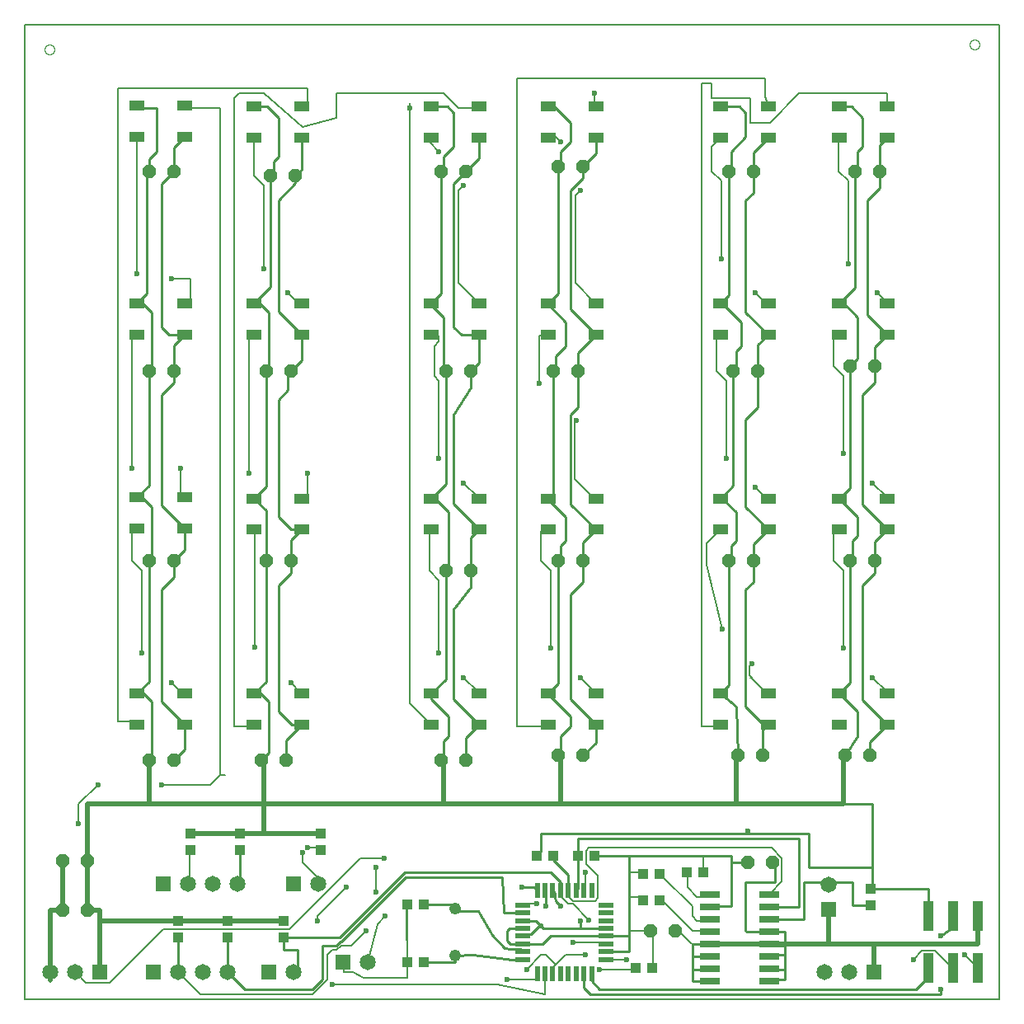
<source format=gtl>
G75*
%MOIN*%
%OFA0B0*%
%FSLAX25Y25*%
%IPPOS*%
%LPD*%
%AMOC8*
5,1,8,0,0,1.08239X$1,22.5*
%
%ADD10C,0.00000*%
%ADD11R,0.05906X0.03937*%
%ADD12R,0.03937X0.12205*%
%ADD13R,0.06496X0.06496*%
%ADD14C,0.06496*%
%ADD15R,0.05906X0.02165*%
%ADD16R,0.02165X0.05906*%
%ADD17R,0.04331X0.03937*%
%ADD18R,0.03937X0.04331*%
%ADD19C,0.04800*%
%ADD20OC8,0.05600*%
%ADD21R,0.08000X0.02600*%
%ADD22C,0.00600*%
%ADD23C,0.02362*%
%ADD24C,0.01000*%
%ADD25C,0.00591*%
%ADD26C,0.02000*%
D10*
X0071650Y0386047D02*
X0071652Y0386135D01*
X0071658Y0386223D01*
X0071668Y0386311D01*
X0071682Y0386399D01*
X0071699Y0386485D01*
X0071721Y0386571D01*
X0071746Y0386655D01*
X0071776Y0386739D01*
X0071808Y0386821D01*
X0071845Y0386901D01*
X0071885Y0386980D01*
X0071929Y0387057D01*
X0071976Y0387132D01*
X0072026Y0387204D01*
X0072080Y0387275D01*
X0072136Y0387342D01*
X0072196Y0387408D01*
X0072258Y0387470D01*
X0072324Y0387530D01*
X0072391Y0387586D01*
X0072462Y0387640D01*
X0072534Y0387690D01*
X0072609Y0387737D01*
X0072686Y0387781D01*
X0072765Y0387821D01*
X0072845Y0387858D01*
X0072927Y0387890D01*
X0073011Y0387920D01*
X0073095Y0387945D01*
X0073181Y0387967D01*
X0073267Y0387984D01*
X0073355Y0387998D01*
X0073443Y0388008D01*
X0073531Y0388014D01*
X0073619Y0388016D01*
X0073707Y0388014D01*
X0073795Y0388008D01*
X0073883Y0387998D01*
X0073971Y0387984D01*
X0074057Y0387967D01*
X0074143Y0387945D01*
X0074227Y0387920D01*
X0074311Y0387890D01*
X0074393Y0387858D01*
X0074473Y0387821D01*
X0074552Y0387781D01*
X0074629Y0387737D01*
X0074704Y0387690D01*
X0074776Y0387640D01*
X0074847Y0387586D01*
X0074914Y0387530D01*
X0074980Y0387470D01*
X0075042Y0387408D01*
X0075102Y0387342D01*
X0075158Y0387275D01*
X0075212Y0387204D01*
X0075262Y0387132D01*
X0075309Y0387057D01*
X0075353Y0386980D01*
X0075393Y0386901D01*
X0075430Y0386821D01*
X0075462Y0386739D01*
X0075492Y0386655D01*
X0075517Y0386571D01*
X0075539Y0386485D01*
X0075556Y0386399D01*
X0075570Y0386311D01*
X0075580Y0386223D01*
X0075586Y0386135D01*
X0075588Y0386047D01*
X0075586Y0385959D01*
X0075580Y0385871D01*
X0075570Y0385783D01*
X0075556Y0385695D01*
X0075539Y0385609D01*
X0075517Y0385523D01*
X0075492Y0385439D01*
X0075462Y0385355D01*
X0075430Y0385273D01*
X0075393Y0385193D01*
X0075353Y0385114D01*
X0075309Y0385037D01*
X0075262Y0384962D01*
X0075212Y0384890D01*
X0075158Y0384819D01*
X0075102Y0384752D01*
X0075042Y0384686D01*
X0074980Y0384624D01*
X0074914Y0384564D01*
X0074847Y0384508D01*
X0074776Y0384454D01*
X0074704Y0384404D01*
X0074629Y0384357D01*
X0074552Y0384313D01*
X0074473Y0384273D01*
X0074393Y0384236D01*
X0074311Y0384204D01*
X0074227Y0384174D01*
X0074143Y0384149D01*
X0074057Y0384127D01*
X0073971Y0384110D01*
X0073883Y0384096D01*
X0073795Y0384086D01*
X0073707Y0384080D01*
X0073619Y0384078D01*
X0073531Y0384080D01*
X0073443Y0384086D01*
X0073355Y0384096D01*
X0073267Y0384110D01*
X0073181Y0384127D01*
X0073095Y0384149D01*
X0073011Y0384174D01*
X0072927Y0384204D01*
X0072845Y0384236D01*
X0072765Y0384273D01*
X0072686Y0384313D01*
X0072609Y0384357D01*
X0072534Y0384404D01*
X0072462Y0384454D01*
X0072391Y0384508D01*
X0072324Y0384564D01*
X0072258Y0384624D01*
X0072196Y0384686D01*
X0072136Y0384752D01*
X0072080Y0384819D01*
X0072026Y0384890D01*
X0071976Y0384962D01*
X0071929Y0385037D01*
X0071885Y0385114D01*
X0071845Y0385193D01*
X0071808Y0385273D01*
X0071776Y0385355D01*
X0071746Y0385439D01*
X0071721Y0385523D01*
X0071699Y0385609D01*
X0071682Y0385695D01*
X0071668Y0385783D01*
X0071658Y0385871D01*
X0071652Y0385959D01*
X0071650Y0386047D01*
X0445666Y0388015D02*
X0445668Y0388103D01*
X0445674Y0388191D01*
X0445684Y0388279D01*
X0445698Y0388367D01*
X0445715Y0388453D01*
X0445737Y0388539D01*
X0445762Y0388623D01*
X0445792Y0388707D01*
X0445824Y0388789D01*
X0445861Y0388869D01*
X0445901Y0388948D01*
X0445945Y0389025D01*
X0445992Y0389100D01*
X0446042Y0389172D01*
X0446096Y0389243D01*
X0446152Y0389310D01*
X0446212Y0389376D01*
X0446274Y0389438D01*
X0446340Y0389498D01*
X0446407Y0389554D01*
X0446478Y0389608D01*
X0446550Y0389658D01*
X0446625Y0389705D01*
X0446702Y0389749D01*
X0446781Y0389789D01*
X0446861Y0389826D01*
X0446943Y0389858D01*
X0447027Y0389888D01*
X0447111Y0389913D01*
X0447197Y0389935D01*
X0447283Y0389952D01*
X0447371Y0389966D01*
X0447459Y0389976D01*
X0447547Y0389982D01*
X0447635Y0389984D01*
X0447723Y0389982D01*
X0447811Y0389976D01*
X0447899Y0389966D01*
X0447987Y0389952D01*
X0448073Y0389935D01*
X0448159Y0389913D01*
X0448243Y0389888D01*
X0448327Y0389858D01*
X0448409Y0389826D01*
X0448489Y0389789D01*
X0448568Y0389749D01*
X0448645Y0389705D01*
X0448720Y0389658D01*
X0448792Y0389608D01*
X0448863Y0389554D01*
X0448930Y0389498D01*
X0448996Y0389438D01*
X0449058Y0389376D01*
X0449118Y0389310D01*
X0449174Y0389243D01*
X0449228Y0389172D01*
X0449278Y0389100D01*
X0449325Y0389025D01*
X0449369Y0388948D01*
X0449409Y0388869D01*
X0449446Y0388789D01*
X0449478Y0388707D01*
X0449508Y0388623D01*
X0449533Y0388539D01*
X0449555Y0388453D01*
X0449572Y0388367D01*
X0449586Y0388279D01*
X0449596Y0388191D01*
X0449602Y0388103D01*
X0449604Y0388015D01*
X0449602Y0387927D01*
X0449596Y0387839D01*
X0449586Y0387751D01*
X0449572Y0387663D01*
X0449555Y0387577D01*
X0449533Y0387491D01*
X0449508Y0387407D01*
X0449478Y0387323D01*
X0449446Y0387241D01*
X0449409Y0387161D01*
X0449369Y0387082D01*
X0449325Y0387005D01*
X0449278Y0386930D01*
X0449228Y0386858D01*
X0449174Y0386787D01*
X0449118Y0386720D01*
X0449058Y0386654D01*
X0448996Y0386592D01*
X0448930Y0386532D01*
X0448863Y0386476D01*
X0448792Y0386422D01*
X0448720Y0386372D01*
X0448645Y0386325D01*
X0448568Y0386281D01*
X0448489Y0386241D01*
X0448409Y0386204D01*
X0448327Y0386172D01*
X0448243Y0386142D01*
X0448159Y0386117D01*
X0448073Y0386095D01*
X0447987Y0386078D01*
X0447899Y0386064D01*
X0447811Y0386054D01*
X0447723Y0386048D01*
X0447635Y0386046D01*
X0447547Y0386048D01*
X0447459Y0386054D01*
X0447371Y0386064D01*
X0447283Y0386078D01*
X0447197Y0386095D01*
X0447111Y0386117D01*
X0447027Y0386142D01*
X0446943Y0386172D01*
X0446861Y0386204D01*
X0446781Y0386241D01*
X0446702Y0386281D01*
X0446625Y0386325D01*
X0446550Y0386372D01*
X0446478Y0386422D01*
X0446407Y0386476D01*
X0446340Y0386532D01*
X0446274Y0386592D01*
X0446212Y0386654D01*
X0446152Y0386720D01*
X0446096Y0386787D01*
X0446042Y0386858D01*
X0445992Y0386930D01*
X0445945Y0387005D01*
X0445901Y0387082D01*
X0445861Y0387161D01*
X0445824Y0387241D01*
X0445792Y0387323D01*
X0445762Y0387407D01*
X0445737Y0387491D01*
X0445715Y0387577D01*
X0445698Y0387663D01*
X0445684Y0387751D01*
X0445674Y0387839D01*
X0445668Y0387927D01*
X0445666Y0388015D01*
D11*
X0412335Y0362991D03*
X0412335Y0350393D03*
X0393044Y0350393D03*
X0393044Y0362991D03*
X0364146Y0362991D03*
X0364146Y0350393D03*
X0344855Y0350393D03*
X0344855Y0362991D03*
X0294461Y0362991D03*
X0294461Y0350393D03*
X0275170Y0350393D03*
X0275170Y0362991D03*
X0247335Y0362991D03*
X0247335Y0350393D03*
X0228044Y0350393D03*
X0228044Y0362991D03*
X0175642Y0362991D03*
X0175642Y0350393D03*
X0156351Y0350393D03*
X0156351Y0362991D03*
X0128280Y0363385D03*
X0128280Y0350787D03*
X0108989Y0350787D03*
X0108989Y0363385D03*
X0108989Y0283306D03*
X0108989Y0270708D03*
X0128280Y0270708D03*
X0128280Y0283306D03*
X0156233Y0283306D03*
X0156233Y0270708D03*
X0175524Y0270708D03*
X0175524Y0283306D03*
X0228044Y0283306D03*
X0228044Y0270708D03*
X0247335Y0270708D03*
X0247335Y0283306D03*
X0275170Y0283306D03*
X0275170Y0270708D03*
X0294461Y0270708D03*
X0294461Y0283306D03*
X0344855Y0283306D03*
X0344855Y0270708D03*
X0364146Y0270708D03*
X0364146Y0283306D03*
X0393044Y0283306D03*
X0393044Y0270708D03*
X0412335Y0270708D03*
X0412335Y0283306D03*
X0412335Y0204527D03*
X0412335Y0191928D03*
X0393044Y0191928D03*
X0393044Y0204527D03*
X0364146Y0204527D03*
X0364146Y0191928D03*
X0344855Y0191928D03*
X0344855Y0204527D03*
X0294461Y0204527D03*
X0294461Y0191928D03*
X0275170Y0191928D03*
X0275170Y0204527D03*
X0247335Y0204527D03*
X0247335Y0191928D03*
X0228044Y0191928D03*
X0228044Y0204527D03*
X0175524Y0204527D03*
X0175524Y0191928D03*
X0156233Y0191928D03*
X0156233Y0204527D03*
X0128280Y0204921D03*
X0128280Y0192322D03*
X0108989Y0192322D03*
X0108989Y0204921D03*
X0108989Y0125590D03*
X0108989Y0112991D03*
X0128280Y0112991D03*
X0128280Y0125590D03*
X0156233Y0125590D03*
X0156233Y0112991D03*
X0175524Y0112991D03*
X0175524Y0125590D03*
X0228044Y0125590D03*
X0228044Y0112991D03*
X0247335Y0112991D03*
X0247335Y0125590D03*
X0275170Y0125590D03*
X0275170Y0112991D03*
X0294461Y0112991D03*
X0294461Y0125590D03*
X0344855Y0125590D03*
X0344855Y0112991D03*
X0364146Y0112991D03*
X0364146Y0125590D03*
X0393044Y0125590D03*
X0393044Y0112991D03*
X0412335Y0112991D03*
X0412335Y0125590D03*
D12*
X0429107Y0035826D03*
X0439107Y0035826D03*
X0449107Y0035826D03*
X0449107Y0014566D03*
X0439107Y0014566D03*
X0429107Y0014566D03*
D13*
X0407020Y0013188D03*
X0388579Y0038527D03*
X0192335Y0017125D03*
X0162335Y0013188D03*
X0172217Y0048621D03*
X0119540Y0048621D03*
X0115485Y0013188D03*
X0094028Y0013188D03*
D14*
X0084028Y0013188D03*
X0074028Y0013188D03*
X0125485Y0013188D03*
X0135485Y0013188D03*
X0145485Y0013188D03*
X0172335Y0013188D03*
X0202335Y0017125D03*
X0182217Y0048621D03*
X0149540Y0048621D03*
X0139540Y0048621D03*
X0129540Y0048621D03*
X0388579Y0048527D03*
X0387020Y0013188D03*
X0397020Y0013188D03*
D15*
X0298753Y0018110D03*
X0298753Y0021259D03*
X0298753Y0024409D03*
X0298753Y0027558D03*
X0298753Y0030708D03*
X0298753Y0033858D03*
X0298753Y0037007D03*
X0298753Y0040157D03*
X0264894Y0040157D03*
X0264894Y0037007D03*
X0264894Y0033858D03*
X0264894Y0030708D03*
X0264894Y0027558D03*
X0264894Y0024409D03*
X0264894Y0021259D03*
X0264894Y0018110D03*
D16*
X0270800Y0012204D03*
X0273949Y0012204D03*
X0277099Y0012204D03*
X0280249Y0012204D03*
X0283398Y0012204D03*
X0286548Y0012204D03*
X0289698Y0012204D03*
X0292847Y0012204D03*
X0292847Y0046062D03*
X0289698Y0046062D03*
X0286548Y0046062D03*
X0283398Y0046062D03*
X0280249Y0046062D03*
X0277099Y0046062D03*
X0273949Y0046062D03*
X0270800Y0046062D03*
D17*
X0224934Y0040354D03*
X0218241Y0040354D03*
X0218170Y0017173D03*
X0224863Y0017173D03*
X0183280Y0062401D03*
X0183280Y0069094D03*
X0150603Y0069094D03*
X0150603Y0062401D03*
X0130603Y0062401D03*
X0130603Y0069094D03*
X0125485Y0033661D03*
X0125485Y0026968D03*
X0145485Y0026968D03*
X0145485Y0033661D03*
X0168398Y0033661D03*
X0168398Y0026968D03*
X0405509Y0039984D03*
X0405509Y0046677D03*
D18*
X0337989Y0053488D03*
X0331296Y0053488D03*
X0320272Y0052858D03*
X0313579Y0052858D03*
X0313579Y0041991D03*
X0320272Y0041991D03*
X0293871Y0059881D03*
X0287178Y0059881D03*
X0277375Y0059881D03*
X0270682Y0059881D03*
X0310593Y0014645D03*
X0317286Y0014645D03*
D19*
X0237453Y0019759D03*
X0237453Y0038759D03*
D20*
X0242005Y0098645D03*
X0232005Y0098645D03*
X0279249Y0100614D03*
X0289249Y0100614D03*
X0352083Y0100614D03*
X0362083Y0100614D03*
X0395390Y0100614D03*
X0405390Y0100614D03*
X0366020Y0057306D03*
X0356020Y0057306D03*
X0326650Y0029747D03*
X0316650Y0029747D03*
X0169170Y0098645D03*
X0159170Y0098645D03*
X0123894Y0098645D03*
X0113894Y0098645D03*
X0089028Y0058188D03*
X0079028Y0058188D03*
X0079028Y0038188D03*
X0089028Y0038188D03*
X0233973Y0175417D03*
X0243973Y0175417D03*
X0279249Y0179354D03*
X0289249Y0179354D03*
X0348146Y0179354D03*
X0358146Y0179354D03*
X0397359Y0179354D03*
X0407359Y0179354D03*
X0407359Y0258094D03*
X0397359Y0258094D03*
X0360115Y0256125D03*
X0350115Y0256125D03*
X0287280Y0256125D03*
X0277280Y0256125D03*
X0243973Y0256125D03*
X0233973Y0256125D03*
X0171138Y0256125D03*
X0161138Y0256125D03*
X0123894Y0256125D03*
X0113894Y0256125D03*
X0113894Y0179354D03*
X0123894Y0179354D03*
X0161138Y0179354D03*
X0171138Y0179354D03*
X0173107Y0334865D03*
X0163107Y0334865D03*
X0123894Y0336834D03*
X0113894Y0336834D03*
X0232005Y0336834D03*
X0242005Y0336834D03*
X0279249Y0338802D03*
X0289249Y0338802D03*
X0348146Y0336834D03*
X0358146Y0336834D03*
X0399327Y0336834D03*
X0409327Y0336834D03*
D21*
X0364774Y0044373D03*
X0364774Y0039373D03*
X0364774Y0034373D03*
X0364774Y0029373D03*
X0364774Y0024373D03*
X0364774Y0019373D03*
X0364774Y0014373D03*
X0364774Y0009373D03*
X0340574Y0009373D03*
X0340574Y0014373D03*
X0340574Y0019373D03*
X0340574Y0024373D03*
X0340574Y0029373D03*
X0340574Y0034373D03*
X0340574Y0039373D03*
X0340574Y0044373D03*
D22*
X0457477Y0002188D02*
X0063776Y0002188D01*
X0063776Y0395889D01*
X0457477Y0395889D01*
X0457477Y0002188D01*
X0449107Y0014566D02*
X0448976Y0014788D01*
X0443576Y0020188D01*
X0369776Y0049588D02*
X0369776Y0059188D01*
X0365576Y0063388D01*
X0291776Y0063388D01*
X0290576Y0062188D01*
X0290576Y0056788D01*
X0295376Y0051988D01*
X0295376Y0042988D01*
X0294176Y0041788D01*
X0285176Y0041788D01*
X0283976Y0042988D01*
X0283976Y0045988D01*
X0283398Y0046062D01*
X0280376Y0045988D02*
X0280376Y0043588D01*
X0283376Y0040588D01*
X0285176Y0040588D01*
X0291776Y0033988D01*
X0285176Y0024988D02*
X0298376Y0024988D01*
X0298753Y0024409D01*
X0307871Y0024905D02*
X0307871Y0023842D01*
X0307871Y0029747D02*
X0316650Y0029747D01*
X0317713Y0029747D01*
X0317713Y0015968D01*
X0317286Y0014645D01*
X0310593Y0014645D02*
X0309839Y0013999D01*
X0296060Y0013999D01*
X0290154Y0019905D02*
X0282280Y0019905D01*
X0278343Y0015968D01*
X0274406Y0019905D01*
X0272438Y0019905D01*
X0266532Y0013999D01*
X0270469Y0012031D02*
X0270469Y0010062D01*
X0258658Y0010062D01*
X0254721Y0008094D02*
X0273949Y0004157D01*
X0273949Y0012204D01*
X0276375Y0013999D02*
X0277099Y0012204D01*
X0276375Y0013999D02*
X0278343Y0015968D01*
X0270800Y0012204D02*
X0270469Y0012031D01*
X0254721Y0008094D02*
X0187792Y0008094D01*
X0185823Y0010062D02*
X0185823Y0019905D01*
X0187792Y0021873D01*
X0189760Y0021873D01*
X0191729Y0023842D01*
X0195666Y0023842D01*
X0201572Y0029747D01*
X0206272Y0032480D02*
X0202335Y0017125D01*
X0200576Y0010757D02*
X0196376Y0012988D01*
X0192776Y0012988D01*
X0192335Y0017125D01*
X0185823Y0010062D02*
X0179918Y0004157D01*
X0134642Y0004157D01*
X0126768Y0012031D01*
X0125485Y0013188D01*
X0119576Y0030388D02*
X0097976Y0008788D01*
X0088376Y0008788D01*
X0084176Y0012988D01*
X0084028Y0013188D01*
X0119576Y0030388D02*
X0170576Y0030388D01*
X0199376Y0059188D01*
X0208976Y0059188D01*
X0205509Y0055338D02*
X0205509Y0045495D01*
X0217846Y0040902D02*
X0218241Y0040354D01*
X0218446Y0040302D01*
X0218446Y0017502D01*
X0218170Y0017173D01*
X0218145Y0010757D02*
X0217846Y0040902D01*
X0209446Y0035653D02*
X0206272Y0032480D01*
X0193698Y0047464D02*
X0181886Y0035653D01*
X0181886Y0033684D01*
X0182217Y0048621D02*
X0183855Y0049432D01*
X0175981Y0057306D01*
X0175981Y0061243D01*
X0177949Y0063212D02*
X0181886Y0063212D01*
X0183280Y0062401D01*
X0144485Y0092739D02*
X0142516Y0092739D01*
X0138579Y0088802D01*
X0118894Y0088802D01*
X0142516Y0092739D02*
X0142516Y0362425D01*
X0128737Y0362425D01*
X0128280Y0363385D01*
X0148422Y0366362D02*
X0150390Y0368330D01*
X0160233Y0368330D01*
X0175981Y0354551D01*
X0189760Y0358488D01*
X0189760Y0368330D01*
X0233068Y0368330D01*
X0238973Y0362425D01*
X0246847Y0362425D01*
X0247335Y0362991D01*
X0262595Y0374236D02*
X0362989Y0374236D01*
X0362989Y0366928D01*
X0364146Y0362991D01*
X0362989Y0362425D01*
X0357083Y0366362D02*
X0357083Y0356519D01*
X0364957Y0356519D01*
X0376768Y0368330D01*
X0412201Y0368330D01*
X0412201Y0362991D01*
X0412335Y0362991D01*
X0393044Y0350393D02*
X0392516Y0348645D01*
X0392516Y0336834D01*
X0396453Y0332897D01*
X0396453Y0299432D01*
X0408264Y0287621D02*
X0412201Y0283684D01*
X0412335Y0283306D01*
X0392516Y0271873D02*
X0390548Y0269905D01*
X0390548Y0258094D01*
X0394485Y0254157D01*
X0394485Y0222661D01*
X0406296Y0210850D02*
X0412201Y0204944D01*
X0412335Y0204527D01*
X0392516Y0193133D02*
X0393044Y0191928D01*
X0392516Y0193133D02*
X0390548Y0191165D01*
X0390548Y0179354D01*
X0394485Y0175417D01*
X0394485Y0143921D01*
X0406296Y0132110D02*
X0412201Y0126204D01*
X0412335Y0125590D01*
X0364146Y0125590D02*
X0362989Y0126204D01*
X0357280Y0131913D01*
X0357477Y0132110D01*
X0356690Y0132897D01*
X0356690Y0136834D01*
X0357477Y0137621D01*
X0357083Y0132110D02*
X0357280Y0131913D01*
X0344855Y0112991D02*
X0344855Y0112425D01*
X0337398Y0112425D01*
X0337398Y0372267D01*
X0341335Y0372267D01*
X0341335Y0366362D01*
X0357083Y0366362D01*
X0344855Y0350393D02*
X0343304Y0348645D01*
X0341335Y0346677D01*
X0341335Y0336834D01*
X0345272Y0332897D01*
X0345272Y0301401D01*
X0359052Y0287621D02*
X0362989Y0283684D01*
X0364146Y0283306D01*
X0344855Y0270708D02*
X0343304Y0269905D01*
X0343304Y0256125D01*
X0347241Y0252188D01*
X0347241Y0220692D01*
X0359052Y0208881D02*
X0362989Y0204944D01*
X0364146Y0204527D01*
X0344855Y0191928D02*
X0339367Y0186440D01*
X0339367Y0177779D01*
X0345666Y0151795D01*
X0294461Y0125590D02*
X0294091Y0126204D01*
X0288186Y0132110D01*
X0276375Y0143921D02*
X0276375Y0175417D01*
X0272438Y0179354D01*
X0272438Y0191165D01*
X0274406Y0193133D01*
X0275170Y0191928D01*
X0293698Y0204551D02*
X0294461Y0204527D01*
X0293698Y0204551D02*
X0285823Y0212425D01*
X0285823Y0235259D01*
X0286611Y0236047D01*
X0271650Y0251007D02*
X0271650Y0269905D01*
X0272438Y0270692D01*
X0274800Y0270692D01*
X0275170Y0270708D01*
X0294091Y0283684D02*
X0294461Y0283306D01*
X0294091Y0283684D02*
X0286217Y0291558D01*
X0286217Y0326991D01*
X0288186Y0328960D01*
X0280312Y0348645D02*
X0278343Y0350614D01*
X0276375Y0350614D01*
X0275170Y0350393D01*
X0294091Y0362425D02*
X0294091Y0368330D01*
X0294461Y0362991D02*
X0294091Y0362425D01*
X0262595Y0374236D02*
X0262595Y0112425D01*
X0275170Y0112425D01*
X0275170Y0112991D01*
X0276375Y0114393D01*
X0247335Y0125590D02*
X0246847Y0126204D01*
X0240942Y0132110D01*
X0231099Y0141952D02*
X0231099Y0171480D01*
X0227162Y0175417D01*
X0227162Y0191165D01*
X0228044Y0191928D01*
X0246847Y0204944D02*
X0247335Y0204527D01*
X0246847Y0204944D02*
X0240942Y0210850D01*
X0231099Y0220692D02*
X0231099Y0252188D01*
X0229131Y0254157D01*
X0229131Y0265968D01*
X0231099Y0267936D01*
X0231099Y0269905D01*
X0229131Y0271873D01*
X0228044Y0270708D01*
X0246847Y0283684D02*
X0247335Y0283306D01*
X0246847Y0283684D02*
X0238973Y0291558D01*
X0238973Y0328960D01*
X0240942Y0330928D01*
X0231099Y0344708D02*
X0227162Y0348645D01*
X0228044Y0350393D01*
X0219288Y0362425D02*
X0219288Y0364393D01*
X0219288Y0362425D02*
X0219288Y0121747D01*
X0228044Y0112991D01*
X0175524Y0125590D02*
X0175376Y0125788D01*
X0171176Y0129988D01*
X0156776Y0144388D02*
X0156776Y0191788D01*
X0156233Y0191928D01*
X0175981Y0202976D02*
X0175524Y0204527D01*
X0175981Y0202976D02*
X0177949Y0204944D01*
X0177949Y0214787D01*
X0154327Y0214787D02*
X0154327Y0269905D01*
X0156233Y0270708D01*
X0170075Y0287621D02*
X0174012Y0283684D01*
X0175524Y0283306D01*
X0160233Y0297464D02*
X0160233Y0330928D01*
X0156296Y0334865D01*
X0156296Y0348645D01*
X0156351Y0350393D01*
X0148422Y0366362D02*
X0148422Y0112425D01*
X0156233Y0112425D01*
X0156233Y0112991D01*
X0128280Y0125590D02*
X0126768Y0126204D01*
X0122831Y0130141D01*
X0111020Y0141952D02*
X0111020Y0175417D01*
X0107083Y0179354D01*
X0107083Y0191165D01*
X0108989Y0192322D01*
X0126768Y0204944D02*
X0128280Y0204921D01*
X0126768Y0204944D02*
X0126768Y0216755D01*
X0107083Y0216755D02*
X0107083Y0269905D01*
X0108989Y0270708D01*
X0128737Y0281716D02*
X0128280Y0283306D01*
X0128737Y0281716D02*
X0130705Y0283684D01*
X0130705Y0293527D01*
X0122831Y0293527D01*
X0109052Y0295495D02*
X0109052Y0325023D01*
X0108989Y0325086D01*
X0108989Y0350787D01*
X0101178Y0370299D02*
X0177949Y0370299D01*
X0177949Y0362991D01*
X0175642Y0362991D01*
X0101178Y0370299D02*
X0101178Y0114393D01*
X0108989Y0114393D01*
X0108989Y0112991D01*
X0093304Y0088802D02*
X0085430Y0080928D01*
X0085430Y0073054D01*
X0130376Y0062188D02*
X0130376Y0049588D01*
X0129776Y0048988D01*
X0129540Y0048621D01*
X0130376Y0062188D02*
X0130603Y0062401D01*
X0200576Y0010757D02*
X0218145Y0010757D01*
X0264894Y0040157D02*
X0265376Y0040588D01*
X0270776Y0040588D01*
X0280249Y0046062D02*
X0280376Y0045988D01*
X0289698Y0046062D02*
X0290154Y0046519D01*
X0290154Y0053369D01*
X0307871Y0053369D02*
X0313579Y0053369D01*
X0313579Y0052858D01*
X0320272Y0052858D02*
X0321650Y0051401D01*
X0333461Y0039590D01*
X0333461Y0035653D01*
X0335430Y0033684D01*
X0339367Y0033684D01*
X0340574Y0034373D01*
X0339367Y0029747D02*
X0340574Y0029373D01*
X0339367Y0029747D02*
X0333461Y0029747D01*
X0321650Y0041558D01*
X0320272Y0041991D01*
X0313579Y0041991D02*
X0313579Y0043527D01*
X0307871Y0043527D01*
X0319682Y0059881D02*
X0320272Y0059881D01*
X0331296Y0053488D02*
X0331493Y0053369D01*
X0331493Y0047464D01*
X0335430Y0043527D01*
X0339367Y0043527D01*
X0340574Y0044373D01*
X0337989Y0053488D02*
X0337989Y0059881D01*
X0337398Y0059881D01*
X0355976Y0069117D02*
X0355976Y0069988D01*
X0369776Y0049588D02*
X0364976Y0044788D01*
X0364774Y0044373D01*
X0340574Y0014373D02*
X0340376Y0014188D01*
X0337376Y0014188D01*
X0337376Y0013999D01*
X0393044Y0270708D02*
X0392516Y0271873D01*
D23*
X0408264Y0287621D03*
X0396453Y0299432D03*
X0359052Y0287621D03*
X0345272Y0301401D03*
X0288186Y0328960D03*
X0280312Y0348645D03*
X0294091Y0368330D03*
X0240942Y0330928D03*
X0231099Y0344708D03*
X0219288Y0362425D03*
X0160233Y0297464D03*
X0170075Y0287621D03*
X0122831Y0293527D03*
X0109052Y0295495D03*
X0107083Y0216755D03*
X0126768Y0216755D03*
X0154327Y0214787D03*
X0177949Y0214787D03*
X0231099Y0220692D03*
X0240942Y0210850D03*
X0286611Y0236047D03*
X0271650Y0251007D03*
X0347241Y0220692D03*
X0359052Y0208881D03*
X0394485Y0222661D03*
X0406296Y0210850D03*
X0345666Y0151795D03*
X0357477Y0137621D03*
X0394485Y0143921D03*
X0406296Y0132110D03*
X0355976Y0069988D03*
X0307083Y0018133D03*
X0296060Y0013999D03*
X0290154Y0019905D03*
X0285176Y0024988D03*
X0288186Y0033684D03*
X0291776Y0033988D03*
X0280312Y0039590D03*
X0274406Y0039590D03*
X0270776Y0040588D03*
X0264564Y0047464D03*
X0272438Y0031716D03*
X0266532Y0013999D03*
X0258658Y0010062D03*
X0209446Y0035653D03*
X0201572Y0029747D03*
X0205509Y0045495D03*
X0205509Y0055338D03*
X0208976Y0059188D03*
X0193698Y0047464D03*
X0181886Y0033684D03*
X0187792Y0008094D03*
X0175981Y0061243D03*
X0177949Y0063212D03*
X0118894Y0088802D03*
X0093304Y0088802D03*
X0085430Y0073054D03*
X0122831Y0130141D03*
X0111020Y0141952D03*
X0156776Y0144388D03*
X0171176Y0129988D03*
X0231099Y0141952D03*
X0240942Y0132110D03*
X0276375Y0143921D03*
X0288186Y0132110D03*
X0290154Y0053369D03*
X0422831Y0018133D03*
X0433855Y0027779D03*
X0443576Y0020188D03*
X0433855Y0006125D03*
D24*
X0433855Y0004157D01*
X0292123Y0004157D01*
X0289698Y0006582D01*
X0289698Y0012204D01*
X0292847Y0012204D02*
X0292847Y0009338D01*
X0296060Y0006125D01*
X0424012Y0006125D01*
X0429918Y0012031D01*
X0429918Y0013755D01*
X0429107Y0014566D01*
X0433855Y0027779D02*
X0439760Y0031716D01*
X0439760Y0035653D01*
X0439107Y0035826D01*
X0429107Y0035826D02*
X0429107Y0046677D01*
X0405509Y0046677D01*
X0406296Y0046677D01*
X0406296Y0055338D01*
X0380705Y0055338D01*
X0380705Y0069117D01*
X0355976Y0069117D01*
X0272438Y0069117D01*
X0272438Y0061637D01*
X0270682Y0059881D01*
X0277375Y0059881D02*
X0277375Y0058275D01*
X0283398Y0052251D01*
X0283398Y0046062D01*
X0280312Y0046125D02*
X0280312Y0049432D01*
X0276375Y0053369D01*
X0217320Y0053369D01*
X0190918Y0026968D01*
X0168398Y0026968D01*
X0168398Y0021873D01*
X0174012Y0021873D01*
X0174012Y0013188D01*
X0172335Y0013188D01*
X0179918Y0006125D02*
X0152548Y0006125D01*
X0145485Y0013188D01*
X0145485Y0026968D01*
X0125485Y0026968D02*
X0125485Y0013188D01*
X0149540Y0048621D02*
X0150603Y0048621D01*
X0150603Y0062401D01*
X0159170Y0098645D02*
X0162201Y0101677D01*
X0162201Y0122267D01*
X0158879Y0125590D01*
X0156233Y0125590D01*
X0161138Y0130495D01*
X0161138Y0179354D01*
X0161138Y0199621D01*
X0156233Y0204527D01*
X0161138Y0209432D01*
X0161138Y0256125D01*
X0162201Y0257188D01*
X0162201Y0279747D01*
X0158642Y0283306D01*
X0156233Y0283306D01*
X0163107Y0290180D01*
X0163107Y0334865D01*
X0164170Y0335928D01*
X0164170Y0340771D01*
X0166138Y0342739D01*
X0166138Y0358488D01*
X0161635Y0362991D01*
X0156351Y0362991D01*
X0175642Y0350393D02*
X0175642Y0337401D01*
X0173107Y0334865D01*
X0173107Y0331991D01*
X0166138Y0325023D01*
X0166138Y0280094D01*
X0175524Y0270708D01*
X0175524Y0260511D01*
X0171138Y0256125D01*
X0170075Y0255062D01*
X0170075Y0248251D01*
X0166138Y0244314D01*
X0166138Y0197070D01*
X0171280Y0191928D01*
X0175524Y0191928D01*
X0171138Y0187543D01*
X0171138Y0179354D01*
X0171138Y0174511D01*
X0166138Y0169511D01*
X0166138Y0118330D01*
X0171477Y0112991D01*
X0175524Y0112991D01*
X0169170Y0106637D01*
X0169170Y0098645D01*
X0128280Y0103031D02*
X0123894Y0098645D01*
X0128280Y0103031D02*
X0128280Y0112991D01*
X0118894Y0122377D01*
X0118894Y0167543D01*
X0123894Y0172543D01*
X0123894Y0179354D01*
X0128280Y0183739D01*
X0128280Y0192322D01*
X0118894Y0201708D01*
X0118894Y0246283D01*
X0123894Y0251283D01*
X0123894Y0256125D01*
X0123894Y0266322D01*
X0128280Y0270708D01*
X0122028Y0270708D01*
X0118894Y0273842D01*
X0118894Y0331834D01*
X0123894Y0336834D01*
X0123894Y0346401D01*
X0128280Y0350787D01*
X0116926Y0344708D02*
X0113894Y0341677D01*
X0113894Y0336834D01*
X0112989Y0335928D01*
X0112989Y0287306D01*
X0108989Y0283306D01*
X0111398Y0283306D01*
X0114957Y0279747D01*
X0114957Y0257188D01*
X0113894Y0256125D01*
X0113894Y0209826D01*
X0108989Y0204921D01*
X0111044Y0204921D01*
X0114957Y0201007D01*
X0114957Y0180417D01*
X0113894Y0179354D01*
X0113894Y0130495D01*
X0108989Y0125590D01*
X0111635Y0125590D01*
X0114957Y0122267D01*
X0114957Y0099708D01*
X0113894Y0098645D01*
X0183855Y0023842D02*
X0183855Y0010062D01*
X0179918Y0006125D01*
X0183855Y0023842D02*
X0189760Y0023842D01*
X0191286Y0025368D01*
X0191581Y0025368D01*
X0217614Y0051401D01*
X0256690Y0051401D01*
X0257304Y0037007D01*
X0264894Y0037007D01*
X0264894Y0033858D02*
X0270296Y0033858D01*
X0272438Y0031716D01*
X0273446Y0030708D01*
X0288186Y0030708D01*
X0288186Y0033684D01*
X0288186Y0030708D02*
X0298753Y0030708D01*
X0298753Y0027779D02*
X0276375Y0027779D01*
X0273005Y0024409D01*
X0264894Y0024409D01*
X0260060Y0024409D01*
X0258658Y0025810D01*
X0258658Y0029747D01*
X0259619Y0030708D01*
X0264894Y0030708D01*
X0265861Y0028525D02*
X0268303Y0028525D01*
X0271493Y0031716D01*
X0272438Y0031716D01*
X0265861Y0028525D02*
X0264894Y0027558D01*
X0263927Y0022226D02*
X0259980Y0022226D01*
X0257596Y0022688D01*
X0252753Y0028073D01*
X0246847Y0037621D01*
X0237453Y0037621D01*
X0237453Y0038759D01*
X0237453Y0040354D01*
X0224934Y0040354D01*
X0237005Y0019759D02*
X0244879Y0019905D01*
X0260627Y0017936D01*
X0264721Y0017936D01*
X0264894Y0018110D01*
X0264894Y0021259D02*
X0263927Y0022226D01*
X0274406Y0039590D02*
X0274406Y0045606D01*
X0273949Y0046062D01*
X0270800Y0046062D02*
X0269398Y0047464D01*
X0264564Y0047464D01*
X0277099Y0046062D02*
X0278066Y0045095D01*
X0278066Y0042654D01*
X0278343Y0042377D01*
X0278343Y0041558D01*
X0280312Y0039590D01*
X0280249Y0046062D02*
X0280312Y0046125D01*
X0286548Y0046062D02*
X0287178Y0046692D01*
X0287178Y0059881D01*
X0287178Y0067149D01*
X0376768Y0067149D01*
X0376768Y0039373D01*
X0364774Y0039373D01*
X0364774Y0034373D02*
X0378737Y0034373D01*
X0378737Y0049432D01*
X0388579Y0049432D01*
X0398422Y0049432D01*
X0398422Y0039984D01*
X0405509Y0039984D01*
X0406296Y0055338D02*
X0406296Y0080928D01*
X0394485Y0080928D01*
X0395390Y0100614D02*
X0400390Y0108488D01*
X0400390Y0118330D01*
X0393044Y0125590D01*
X0397359Y0129905D01*
X0397359Y0179354D01*
X0398422Y0180417D01*
X0398422Y0187228D01*
X0400390Y0189196D01*
X0400390Y0197070D01*
X0393044Y0204417D01*
X0393044Y0204527D01*
X0397359Y0208842D01*
X0397359Y0258094D01*
X0400390Y0261125D01*
X0400390Y0277779D01*
X0394863Y0283306D01*
X0393044Y0283306D01*
X0399327Y0289590D01*
X0399327Y0336834D01*
X0400390Y0337897D01*
X0400390Y0344708D01*
X0402359Y0346677D01*
X0402359Y0358488D01*
X0397855Y0362991D01*
X0393044Y0362991D01*
X0409327Y0347385D02*
X0412335Y0350393D01*
X0409327Y0347385D02*
X0409327Y0336834D01*
X0409327Y0330023D01*
X0404327Y0325023D01*
X0404327Y0278716D01*
X0412335Y0270708D01*
X0407359Y0265732D01*
X0407359Y0258094D01*
X0407359Y0251283D01*
X0402359Y0246283D01*
X0402359Y0201905D01*
X0412335Y0191928D01*
X0407359Y0186952D01*
X0407359Y0179354D01*
X0407359Y0174511D01*
X0402359Y0169511D01*
X0402359Y0122968D01*
X0412335Y0112991D01*
X0405390Y0106047D01*
X0405390Y0100614D01*
X0364146Y0112991D02*
X0363284Y0112129D01*
X0355115Y0120299D01*
X0355115Y0167543D01*
X0358146Y0170574D01*
X0358146Y0179354D01*
X0358146Y0185928D01*
X0364146Y0191928D01*
X0355115Y0200960D01*
X0355115Y0236440D01*
X0360115Y0241440D01*
X0360115Y0256125D01*
X0360115Y0266677D01*
X0364146Y0270708D01*
X0355115Y0279739D01*
X0355115Y0325023D01*
X0358146Y0328054D01*
X0358146Y0336834D01*
X0358146Y0344393D01*
X0364146Y0350393D01*
X0355115Y0350614D02*
X0349209Y0344708D01*
X0349209Y0337897D01*
X0348146Y0336834D01*
X0348146Y0286598D01*
X0344855Y0283306D01*
X0345650Y0283306D01*
X0353146Y0275810D01*
X0353146Y0265968D01*
X0351178Y0263999D01*
X0351178Y0257188D01*
X0350115Y0256125D01*
X0350115Y0209787D01*
X0344855Y0204527D01*
X0345690Y0204527D01*
X0351178Y0199039D01*
X0351178Y0187228D01*
X0349209Y0185259D01*
X0349209Y0180417D01*
X0348146Y0179354D01*
X0348146Y0128881D01*
X0344855Y0125590D01*
X0351178Y0120299D01*
X0352083Y0100614D01*
X0362083Y0100614D02*
X0362083Y0110928D01*
X0363284Y0112129D01*
X0349209Y0059881D02*
X0337398Y0059881D01*
X0319682Y0059881D01*
X0307871Y0059881D01*
X0307871Y0053369D01*
X0307871Y0043527D01*
X0307871Y0029747D01*
X0307871Y0027779D01*
X0307871Y0023842D01*
X0307871Y0021259D01*
X0298753Y0021259D01*
X0298753Y0027558D02*
X0298753Y0027779D01*
X0307871Y0027779D01*
X0333461Y0024373D02*
X0333461Y0019373D01*
X0333461Y0013999D01*
X0337376Y0013999D01*
X0337398Y0013999D01*
X0333461Y0013999D02*
X0333461Y0009373D01*
X0340574Y0009373D01*
X0340574Y0019373D02*
X0333461Y0019373D01*
X0333461Y0024373D02*
X0340574Y0024373D01*
X0340574Y0033684D02*
X0340574Y0034373D01*
X0340574Y0039373D02*
X0340574Y0039590D01*
X0349209Y0039590D01*
X0349209Y0057306D01*
X0356020Y0057306D01*
X0349209Y0057306D02*
X0349209Y0059881D01*
X0355115Y0049432D02*
X0355115Y0029747D01*
X0355489Y0029373D01*
X0364774Y0029373D01*
X0370863Y0029373D01*
X0370863Y0023842D01*
X0370863Y0019905D01*
X0370863Y0013999D01*
X0370863Y0010062D01*
X0364774Y0010062D01*
X0364774Y0009373D01*
X0364774Y0013999D02*
X0364774Y0014373D01*
X0364774Y0013999D02*
X0370863Y0013999D01*
X0364774Y0019373D02*
X0364774Y0019905D01*
X0370863Y0019905D01*
X0370863Y0023842D02*
X0364774Y0023842D01*
X0364774Y0024373D01*
X0366926Y0049432D02*
X0355115Y0049432D01*
X0366926Y0049432D02*
X0366926Y0056401D01*
X0366020Y0057306D01*
X0388579Y0049432D02*
X0388579Y0048527D01*
X0307871Y0059881D02*
X0293871Y0059881D01*
X0289249Y0100614D02*
X0294461Y0105826D01*
X0294461Y0112991D01*
X0284249Y0123204D01*
X0284249Y0165574D01*
X0289249Y0170574D01*
X0289249Y0179354D01*
X0289249Y0186716D01*
X0294461Y0191928D01*
X0284249Y0202141D01*
X0284249Y0238409D01*
X0287280Y0241440D01*
X0287280Y0256125D01*
X0287280Y0263527D01*
X0294461Y0270708D01*
X0284249Y0280921D01*
X0284249Y0328960D01*
X0289249Y0333960D01*
X0289249Y0338802D01*
X0294461Y0344015D01*
X0294461Y0350393D01*
X0284249Y0348645D02*
X0280312Y0344708D01*
X0280312Y0339865D01*
X0279249Y0338802D01*
X0279249Y0287385D01*
X0275170Y0283306D01*
X0275170Y0282921D01*
X0282280Y0275810D01*
X0282280Y0265968D01*
X0278343Y0262031D01*
X0278343Y0257188D01*
X0277280Y0256125D01*
X0277280Y0206637D01*
X0275170Y0204527D01*
X0275170Y0204180D01*
X0282280Y0197070D01*
X0282280Y0187228D01*
X0280312Y0185259D01*
X0280312Y0180417D01*
X0279249Y0179354D01*
X0279249Y0129669D01*
X0275170Y0125590D01*
X0275170Y0125440D01*
X0284249Y0116362D01*
X0284249Y0112425D01*
X0280312Y0108488D01*
X0280312Y0101677D01*
X0279249Y0100614D01*
X0247335Y0112991D02*
X0242005Y0107661D01*
X0242005Y0098645D01*
X0233068Y0099708D02*
X0233068Y0106519D01*
X0235036Y0108488D01*
X0235036Y0116362D01*
X0228044Y0123354D01*
X0228044Y0125590D01*
X0233973Y0131519D01*
X0233973Y0175417D01*
X0235036Y0176480D01*
X0235036Y0199039D01*
X0229548Y0204527D01*
X0228044Y0204527D01*
X0233973Y0210456D01*
X0233973Y0256125D01*
X0233068Y0257031D01*
X0233068Y0277779D01*
X0228044Y0282802D01*
X0228044Y0283306D01*
X0232005Y0287267D01*
X0232005Y0336834D01*
X0233068Y0337897D01*
X0233068Y0342739D01*
X0237005Y0346677D01*
X0237005Y0360456D01*
X0234469Y0362991D01*
X0228044Y0362991D01*
X0247335Y0350393D02*
X0247335Y0342165D01*
X0242005Y0336834D01*
X0237005Y0331834D01*
X0237005Y0273842D01*
X0240138Y0270708D01*
X0247335Y0270708D01*
X0247335Y0259488D01*
X0243973Y0256125D01*
X0243973Y0249314D01*
X0237005Y0238409D01*
X0237005Y0202259D01*
X0247335Y0191928D01*
X0243973Y0188566D01*
X0243973Y0175417D01*
X0243973Y0168606D01*
X0237005Y0159669D01*
X0237005Y0123322D01*
X0247335Y0112991D01*
X0233068Y0099708D02*
X0232005Y0098645D01*
X0237005Y0019759D02*
X0237453Y0019759D01*
X0237453Y0017173D01*
X0224863Y0017173D01*
X0116926Y0344708D02*
X0116926Y0362425D01*
X0109949Y0362425D01*
X0108989Y0363385D01*
X0275170Y0362991D02*
X0277776Y0362991D01*
X0284249Y0356519D01*
X0284249Y0348645D01*
X0344855Y0362991D02*
X0352579Y0362991D01*
X0355115Y0360456D01*
X0355115Y0350614D01*
D25*
X0326650Y0029747D02*
X0327162Y0029354D01*
X0328343Y0029354D01*
X0333068Y0024629D01*
X0333461Y0024373D01*
X0307083Y0018133D02*
X0298816Y0018133D01*
X0298753Y0018110D01*
X0422831Y0018133D02*
X0426375Y0021677D01*
X0431690Y0021677D01*
X0438776Y0014590D01*
X0439107Y0014566D01*
D26*
X0449107Y0024373D02*
X0449107Y0035826D01*
X0449107Y0024373D02*
X0407020Y0024373D01*
X0407020Y0013188D01*
X0407020Y0024373D02*
X0388579Y0024373D01*
X0388579Y0038527D01*
X0388579Y0024373D02*
X0364774Y0024373D01*
X0340574Y0024373D01*
X0351178Y0080928D02*
X0280312Y0080928D01*
X0280312Y0100614D01*
X0279249Y0100614D01*
X0280312Y0080928D02*
X0233068Y0080928D01*
X0233068Y0098645D01*
X0232005Y0098645D01*
X0233068Y0080928D02*
X0160233Y0080928D01*
X0160233Y0069094D01*
X0183280Y0069094D01*
X0160233Y0069094D02*
X0150603Y0069094D01*
X0130603Y0069094D01*
X0113894Y0080928D02*
X0089028Y0080928D01*
X0089028Y0058188D01*
X0089028Y0038188D01*
X0094028Y0038188D01*
X0094028Y0033684D01*
X0125485Y0033684D01*
X0125485Y0033661D01*
X0145485Y0033661D01*
X0168398Y0033661D01*
X0160233Y0080928D02*
X0113894Y0080928D01*
X0113894Y0098645D01*
X0159170Y0098645D02*
X0160233Y0098645D01*
X0160233Y0080928D01*
X0094028Y0033684D02*
X0094028Y0013188D01*
X0074028Y0013188D02*
X0074028Y0009653D01*
X0074028Y0013188D02*
X0074028Y0038188D01*
X0079028Y0038188D01*
X0079028Y0058188D01*
X0351178Y0080928D02*
X0394485Y0080928D01*
X0394485Y0100614D01*
X0395390Y0100614D01*
X0352083Y0100614D02*
X0351178Y0100614D01*
X0351178Y0080928D01*
M02*

</source>
